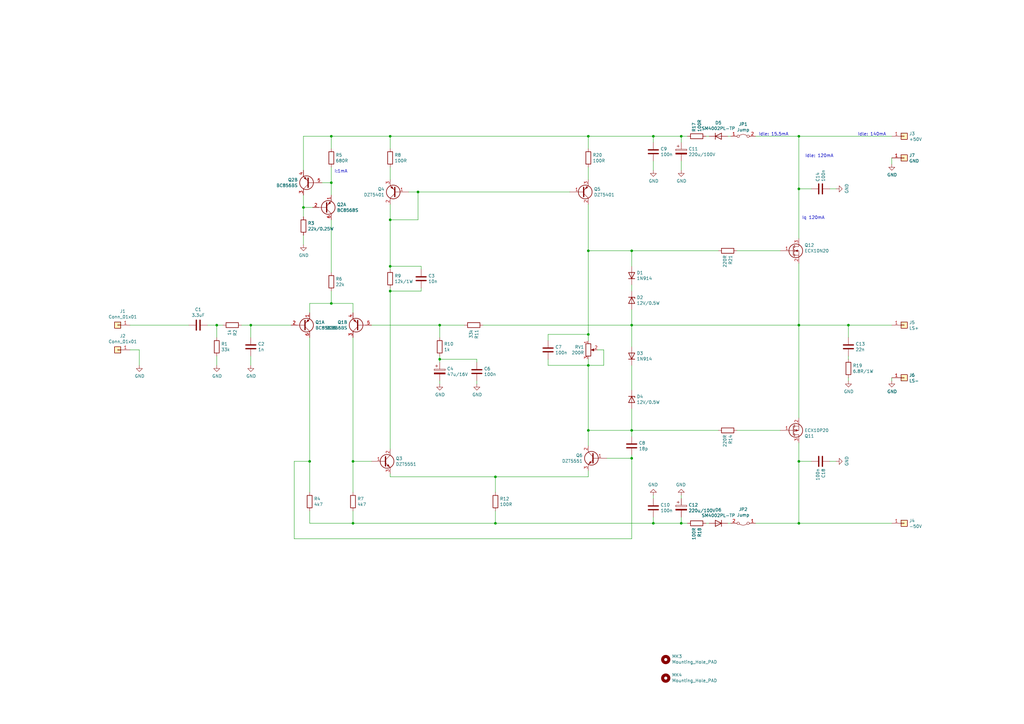
<source format=kicad_sch>
(kicad_sch (version 20211123) (generator eeschema)
  (paper "A3")
  (title_block (title "Lateral MOS FET 80W") (date "2022-03-27") (rev "V2c"))
  (lib_symbols
    (symbol "Connector_Generic:Conn_01x01" (pin_names (offset 1.016) hide)
      (property "Reference" "J" (at 0 2.54 0))
      (property "Value" "Conn_01x01" (at 0 -2.54 0))
      (symbol "Conn_01x01_1_1"
        (rectangle (start -1.27 0.127) (end 0 -0.127) (stroke (width 0.1524)))
        (rectangle (start -1.27 1.27) (end 1.27 -1.27) (stroke (width 0.254)) (fill (type background)))
        (pin passive line (at -5.08 0 0) (length 3.81) (name "Pin_1") (number "1"))
      )
    )
    (symbol "Device:C" (pin_numbers hide) (pin_names (offset 0.254))
      (property "Reference" "C" (at 0.635 2.54 0))
      (property "Value" "C" (at 0.635 -2.54 0))
      (symbol "C_0_1"
        (polyline (pts (xy -2.032 -0.762) (xy 2.032 -0.762)) (stroke (width 0.508)))
        (polyline (pts (xy -2.032 0.762) (xy 2.032 0.762)) (stroke (width 0.508)))
      )
      (symbol "C_1_1"
        (pin passive line (at 0 3.81 270) (length 2.794) (name "~") (number "1"))
        (pin passive line (at 0 -3.81 90) (length 2.794) (name "~") (number "2"))
      )
    )
    (symbol "Device:CP" (pin_numbers hide) (pin_names (offset 0.254))
      (property "Reference" "C" (at 0.635 2.54 0))
      (property "Value" "Device_CP" (at 0.635 -2.54 0))
      (symbol "CP_0_1"
        (rectangle (start -2.286 0.508) (end 2.286 1.016))
        (polyline (pts (xy -1.778 2.286) (xy -0.762 2.286)))
        (polyline (pts (xy -1.27 2.794) (xy -1.27 1.778)))
        (rectangle (start 2.286 -0.508) (end -2.286 -1.016) (fill (type outline)))
      )
      (symbol "CP_1_1"
        (pin passive line (at 0 3.81 270) (length 2.794) (name "~") (number "1"))
        (pin passive line (at 0 -3.81 90) (length 2.794) (name "~") (number "2"))
      )
    )
    (symbol "Device:R" (pin_numbers hide) (pin_names (offset 0))
      (property "Reference" "R" (at 2.032 0 90))
      (property "Value" "R" (at 0 0 90))
      (symbol "R_0_1"
        (rectangle (start -1.016 -2.54) (end 1.016 2.54) (stroke (width 0.254)))
      )
      (symbol "R_1_1"
        (pin passive line (at 0 3.81 270) (length 1.27) (name "~") (number "1"))
        (pin passive line (at 0 -3.81 90) (length 1.27) (name "~") (number "2"))
      )
    )
    (symbol "Device:R_POT" (pin_names (offset 1.016) hide)
      (property "Reference" "RV" (at -4.445 0 90))
      (property "Value" "Device_R_POT" (at -2.54 0 90))
      (symbol "R_POT_0_1"
        (polyline (pts (xy 2.54 0) (xy 1.524 0)))
        (polyline (pts (xy 1.143 0) (xy 2.286 0.508) (xy 2.286 -0.508) (xy 1.143 0)) (fill (type outline)))
        (rectangle (start 1.016 2.54) (end -1.016 -2.54) (stroke (width 0.254)))
      )
      (symbol "R_POT_1_1"
        (pin passive line (at 0 3.81 270) (length 1.27) (name "1") (number "1"))
        (pin passive line (at 3.81 0 180) (length 1.27) (name "2") (number "2"))
        (pin passive line (at 0 -3.81 90) (length 1.27) (name "3") (number "3"))
      )
    )
    (symbol "Diode:1N4002" (pin_numbers hide) (pin_names (offset 1.016) hide)
      (property "Reference" "D" (at 0 2.54 0))
      (property "Value" "1N4002" (at 0 -2.54 0))
      (symbol "1N4002_0_1"
        (polyline (pts (xy -1.27 1.27) (xy -1.27 -1.27)) (stroke (width 0.254)))
        (polyline (pts (xy 1.27 0) (xy -1.27 0)))
        (polyline (pts (xy 1.27 1.27) (xy 1.27 -1.27) (xy -1.27 0) (xy 1.27 1.27)) (stroke (width 0.254)))
      )
      (symbol "1N4002_1_1"
        (pin passive line (at -3.81 0 0) (length 2.54) (name "K") (number "1"))
        (pin passive line (at 3.81 0 180) (length 2.54) (name "A") (number "2"))
      )
    )
    (symbol "Diode:1N4148" (pin_numbers hide) (pin_names (offset 1.016) hide)
      (property "Reference" "D" (at 0 2.54 0))
      (property "Value" "1N4148" (at 0 -2.54 0))
      (symbol "1N4148_0_1"
        (polyline (pts (xy -1.27 1.27) (xy -1.27 -1.27)) (stroke (width 0.254)))
        (polyline (pts (xy 1.27 0) (xy -1.27 0)))
        (polyline (pts (xy 1.27 1.27) (xy 1.27 -1.27) (xy -1.27 0) (xy 1.27 1.27)) (stroke (width 0.254)))
      )
      (symbol "1N4148_1_1"
        (pin passive line (at -3.81 0 0) (length 2.54) (name "K") (number "1"))
        (pin passive line (at 3.81 0 180) (length 2.54) (name "A") (number "2"))
      )
    )
    (symbol "Diode:ZPDxx" (pin_numbers hide) (pin_names (offset 1.016) hide)
      (property "Reference" "D" (at 0 2.54 0))
      (property "Value" "ZPDxx" (at 0 -2.54 0))
      (symbol "ZPDxx_0_1"
        (polyline (pts (xy 1.27 0) (xy -1.27 0)))
        (polyline (pts (xy -1.27 -1.27) (xy -1.27 1.27) (xy -0.762 1.27)) (stroke (width 0.254)))
        (polyline (pts (xy 1.27 -1.27) (xy 1.27 1.27) (xy -1.27 0) (xy 1.27 -1.27)) (stroke (width 0.254)))
      )
      (symbol "ZPDxx_1_1"
        (pin passive line (at -3.81 0 0) (length 2.54) (name "K") (number "1"))
        (pin passive line (at 3.81 0 180) (length 2.54) (name "A") (number "2"))
      )
    )
    (symbol "Jumper:Jumper_2_Bridged" (pin_names (offset 0) hide)
      (property "Reference" "JP" (at 0 1.905 0))
      (property "Value" "Jumper_2_Bridged" (at 0 -2.54 0))
      (symbol "Jumper_2_Bridged_0_0"
        (circle (center -2.032 0) (radius 0.508))
        (circle (center 2.032 0) (radius 0.508))
      )
      (symbol "Jumper_2_Bridged_0_1"
        (arc (start 1.524 0.254) (mid 0 0.762) (end -1.524 0.254))
      )
      (symbol "Jumper_2_Bridged_1_1"
        (pin passive line (at -5.08 0 0) (length 2.54) (name "A") (number "1"))
        (pin passive line (at 5.08 0 180) (length 2.54) (name "B") (number "2"))
      )
    )
    (symbol "Mechanical:MountingHole" (pin_names (offset 1.016))
      (property "Reference" "H" (at 0 5.08 0))
      (property "Value" "MountingHole" (at 0 3.175 0))
      (symbol "MountingHole_0_1"
        (circle (center 0 0) (radius 1.27) (stroke (width 1.27)))
      )
    )
    (symbol "Transistor_BJT:BC856BS" (pin_names (offset 0) hide)
      (property "Reference" "Q" (at 5.08 1.27 0))
      (property "Value" "BC856BS" (at 5.08 -1.27 0))
      (symbol "BC856BS_0_1"
        (polyline (pts (xy 0.635 0) (xy -2.54 0)))
        (polyline (pts (xy 0.635 0.635) (xy 2.54 2.54)))
        (polyline (pts (xy 0.635 -0.635) (xy 2.54 -2.54) (xy 2.54 -2.54)))
        (polyline (pts (xy 0.635 1.905) (xy 0.635 -1.905) (xy 0.635 -1.905)) (stroke (width 0.508)))
        (polyline (pts (xy 2.286 -1.778) (xy 1.778 -2.286) (xy 1.27 -1.27) (xy 2.286 -1.778) (xy 2.286 -1.778)) (fill (type outline)))
        (circle (center 1.27 0) (radius 2.8194) (stroke (width 0.254)))
      )
      (symbol "BC856BS_1_1"
        (pin passive line (at 2.54 -5.08 90) (length 2.54) (name "E1") (number "1"))
        (pin input line (at -5.08 0 0) (length 2.54) (name "B1") (number "2"))
        (pin passive line (at 2.54 5.08 270) (length 2.54) (name "C1") (number "6"))
      )
      (symbol "BC856BS_2_1"
        (pin passive line (at 2.54 5.08 270) (length 2.54) (name "C2") (number "3"))
        (pin passive line (at 2.54 -5.08 90) (length 2.54) (name "E2") (number "4"))
        (pin input line (at -5.08 0 0) (length 2.54) (name "B2") (number "5"))
      )
    )
    (symbol "kicad-snk:DZT5401" (pin_names (offset 0) hide)
      (property "Reference" "Q" (at 5.08 1.905 0))
      (property "Value" "kicad-snk_DZT5401" (at 5.08 0 0))
      (symbol "DZT5401_0_1"
        (polyline (pts (xy 0.635 0.635) (xy 2.54 2.54)))
        (polyline (pts (xy 0.635 -0.635) (xy 2.54 -2.54) (xy 2.54 -2.54)))
        (polyline (pts (xy 0.635 1.905) (xy 0.635 -1.905) (xy 0.635 -1.905)) (stroke (width 0.508)))
        (polyline (pts (xy 2.286 -1.778) (xy 1.778 -2.286) (xy 1.27 -1.27) (xy 2.286 -1.778) (xy 2.286 -1.778)) (fill (type outline)))
        (circle (center 1.27 0) (radius 2.8194) (stroke (width 0.254)))
      )
      (symbol "DZT5401_1_1"
        (pin input line (at -5.08 0 0) (length 5.715) (name "B") (number "1"))
        (pin passive line (at 2.54 5.08 270) (length 2.54) (name "C") (number "2"))
        (pin passive line (at 2.54 -5.08 90) (length 2.54) (name "E") (number "3"))
      )
    )
    (symbol "kicad-snk:DZT5551" (pin_names (offset 0) hide)
      (property "Reference" "Q" (at 5.08 1.905 0))
      (property "Value" "kicad-snk_DZT5551" (at 5.08 0 0))
      (symbol "DZT5551_0_1"
        (polyline (pts (xy 0.635 0.635) (xy 2.54 2.54)))
        (polyline (pts (xy 0.635 -0.635) (xy 2.54 -2.54) (xy 2.54 -2.54)))
        (polyline (pts (xy 0.635 1.905) (xy 0.635 -1.905) (xy 0.635 -1.905)) (stroke (width 0.508)))
        (polyline (pts (xy 1.27 -1.778) (xy 1.778 -1.27) (xy 2.286 -2.286) (xy 1.27 -1.778) (xy 1.27 -1.778)) (fill (type outline)))
        (circle (center 1.27 0) (radius 2.8194) (stroke (width 0.254)))
      )
      (symbol "DZT5551_1_1"
        (pin input line (at -5.08 0 0) (length 5.715) (name "B") (number "1"))
        (pin passive line (at 2.54 5.08 270) (length 2.54) (name "C") (number "2"))
        (pin passive line (at 2.54 -5.08 90) (length 2.54) (name "E") (number "3"))
      )
    )
    (symbol "kicad-snk:Q_NMOS_GSD" (pin_names (offset 0) hide)
      (property "Reference" "Q" (at 7.62 1.27 0))
      (property "Value" "kicad-snk_Q_NMOS_GSD" (at 16.51 -1.27 0))
      (symbol "Q_NMOS_GSD_0_1"
        (polyline (pts (xy 0.762 -1.778) (xy 2.54 -1.778)))
        (polyline (pts (xy 0.762 -1.27) (xy 0.762 -2.286)) (stroke (width 0.254)))
        (polyline (pts (xy 0.762 0) (xy 2.54 0)))
        (polyline (pts (xy 0.762 0.508) (xy 0.762 -0.508)) (stroke (width 0.254)))
        (polyline (pts (xy 0.762 1.778) (xy 2.54 1.778)))
        (polyline (pts (xy 0.762 2.286) (xy 0.762 1.27)) (stroke (width 0.254)))
        (polyline (pts (xy 2.54 -1.778) (xy 2.54 -2.54)))
        (polyline (pts (xy 2.54 -1.778) (xy 2.54 0)))
        (polyline (pts (xy 2.54 2.54) (xy 2.54 1.778)))
        (polyline (pts (xy 0.254 1.905) (xy 0.254 -1.905) (xy 0.254 -1.905)) (stroke (width 0.254)))
        (polyline (pts (xy 1.016 0) (xy 2.032 0.381) (xy 2.032 -0.381) (xy 1.016 0)) (fill (type outline)))
        (circle (center 1.27 0) (radius 2.8194) (stroke (width 0.254)))
      )
      (symbol "Q_NMOS_GSD_1_1"
        (pin input line (at -5.08 0 0) (length 5.334) (name "G") (number "1"))
        (pin passive line (at 2.54 -5.08 90) (length 2.54) (name "S") (number "2"))
        (pin passive line (at 2.54 5.08 270) (length 2.54) (name "D") (number "3"))
      )
    )
    (symbol "kicad-snk:Q_PMOS_GSD" (pin_names (offset 0) hide)
      (property "Reference" "Q" (at 7.62 1.27 0))
      (property "Value" "kicad-snk_Q_PMOS_GSD" (at 16.51 -1.27 0))
      (symbol "Q_PMOS_GSD_0_1"
        (polyline (pts (xy 0.762 -1.778) (xy 2.54 -1.778)))
        (polyline (pts (xy 0.762 -1.27) (xy 0.762 -2.286)) (stroke (width 0.254)))
        (polyline (pts (xy 0.762 0) (xy 2.54 0)))
        (polyline (pts (xy 0.762 0.508) (xy 0.762 -0.508)) (stroke (width 0.254)))
        (polyline (pts (xy 0.762 1.778) (xy 2.54 1.778)))
        (polyline (pts (xy 0.762 2.286) (xy 0.762 1.27)) (stroke (width 0.254)))
        (polyline (pts (xy 2.54 -1.778) (xy 2.54 -2.54)))
        (polyline (pts (xy 2.54 -1.778) (xy 2.54 0)))
        (polyline (pts (xy 2.54 2.54) (xy 2.54 1.778)))
        (polyline (pts (xy 0.254 1.905) (xy 0.254 -1.905) (xy 0.254 -1.905)) (stroke (width 0.254)))
        (polyline (pts (xy 2.286 0) (xy 1.27 -0.381) (xy 1.27 0.381) (xy 2.286 0)) (fill (type outline)))
        (circle (center 1.27 0) (radius 2.8194) (stroke (width 0.254)))
      )
      (symbol "Q_PMOS_GSD_1_1"
        (pin input line (at -5.08 0 0) (length 5.334) (name "G") (number "1"))
        (pin passive line (at 2.54 -5.08 90) (length 2.54) (name "D") (number "2"))
        (pin passive line (at 2.54 5.08 270) (length 2.54) (name "S") (number "3"))
      )
    )
    (symbol "power:GND" (power) (pin_names (offset 0))
      (property "Value" "GND" (at 0 -3.81 0))
      (symbol "GND_0_1"
        (polyline (pts (xy 0 0) (xy 0 -1.27) (xy 1.27 -1.27) (xy 0 -2.54) (xy -1.27 -1.27) (xy 0 -1.27)))
      )
      (symbol "GND_1_1"
        (pin power_in line (at 0 0 270) (length 0) hide (name "GND") (number "1"))
      )
    )
  )
  (junction (at 241.3 55.88))
  (junction (at 135.89 74.93))
  (junction (at 259.08 102.87))
  (junction (at 180.34 133.35))
  (junction (at 347.98 133.35))
  (junction (at 241.3 137.16))
  (junction (at 241.3 102.87))
  (junction (at 160.02 90.17))
  (junction (at 135.89 124.46))
  (junction (at 267.97 214.63))
  (junction (at 88.9 133.35))
  (junction (at 259.08 133.35))
  (junction (at 160.02 109.22))
  (junction (at 241.3 149.86))
  (junction (at 267.97 55.88))
  (junction (at 327.66 189.23))
  (junction (at 279.4 55.88))
  (junction (at 171.45 78.74))
  (junction (at 327.66 55.88))
  (junction (at 203.2 214.63))
  (junction (at 135.89 55.88))
  (junction (at 144.78 189.23))
  (junction (at 203.2 195.58))
  (junction (at 327.66 133.35))
  (junction (at 327.66 214.63))
  (junction (at 127 189.23))
  (junction (at 241.3 176.53))
  (junction (at 259.08 187.96))
  (junction (at 124.46 85.09))
  (junction (at 160.02 55.88))
  (junction (at 160.02 119.38))
  (junction (at 259.08 176.53))
  (junction (at 102.87 133.35))
  (junction (at 180.34 147.32))
  (junction (at 144.78 214.63))
  (junction (at 279.4 214.63))
  (junction (at 327.66 77.47))
  (wire (pts (xy 57.15 143.51) (xy 53.34 143.51)))
  (wire (pts (xy 247.65 149.86) (xy 247.65 143.51)))
  (wire (pts (xy 309.88 214.63) (xy 327.66 214.63)))
  (wire (pts (xy 195.58 147.32) (xy 180.34 147.32)))
  (wire (pts (xy 160.02 194.31) (xy 160.02 195.58)))
  (wire (pts (xy 327.66 214.63) (xy 327.66 189.23)))
  (wire (pts (xy 259.08 176.53) (xy 241.3 176.53)))
  (wire (pts (xy 195.58 148.59) (xy 195.58 147.32)))
  (wire (pts (xy 259.08 109.22) (xy 259.08 102.87)))
  (wire (pts (xy 144.78 138.43) (xy 144.78 189.23)))
  (wire (pts (xy 135.89 119.38) (xy 135.89 124.46)))
  (wire (pts (xy 267.97 55.88) (xy 267.97 58.42)))
  (wire (pts (xy 53.34 133.35) (xy 77.47 133.35)))
  (wire (pts (xy 259.08 133.35) (xy 259.08 127)))
  (wire (pts (xy 267.97 66.04) (xy 267.97 69.85)))
  (wire (pts (xy 332.74 77.47) (xy 327.66 77.47)))
  (wire (pts (xy 172.72 110.49) (xy 172.72 109.22)))
  (wire (pts (xy 332.74 189.23) (xy 327.66 189.23)))
  (wire (pts (xy 135.89 74.93) (xy 135.89 68.58)))
  (wire (pts (xy 279.4 55.88) (xy 279.4 58.42)))
  (wire (pts (xy 327.66 97.79) (xy 327.66 77.47)))
  (wire (pts (xy 120.65 220.98) (xy 259.08 220.98)))
  (wire (pts (xy 180.34 147.32) (xy 180.34 146.05)))
  (wire (pts (xy 241.3 149.86) (xy 247.65 149.86)))
  (wire (pts (xy 241.3 55.88) (xy 160.02 55.88)))
  (wire (pts (xy 120.65 189.23) (xy 120.65 220.98)))
  (wire (pts (xy 144.78 214.63) (xy 203.2 214.63)))
  (wire (pts (xy 290.83 55.88) (xy 289.56 55.88)))
  (wire (pts (xy 102.87 138.43) (xy 102.87 133.35)))
  (wire (pts (xy 302.26 176.53) (xy 320.04 176.53)))
  (wire (pts (xy 241.3 149.86) (xy 241.3 176.53)))
  (wire (pts (xy 160.02 90.17) (xy 160.02 83.82)))
  (wire (pts (xy 203.2 195.58) (xy 241.3 195.58)))
  (wire (pts (xy 132.08 74.93) (xy 135.89 74.93)))
  (wire (pts (xy 171.45 90.17) (xy 171.45 78.74)))
  (wire (pts (xy 160.02 60.96) (xy 160.02 55.88)))
  (wire (pts (xy 298.45 55.88) (xy 299.72 55.88)))
  (wire (pts (xy 127 128.27) (xy 127 124.46)))
  (wire (pts (xy 365.76 64.77) (xy 365.76 67.31)))
  (wire (pts (xy 241.3 139.7) (xy 241.3 137.16)))
  (wire (pts (xy 259.08 160.02) (xy 259.08 149.86)))
  (wire (pts (xy 127 124.46) (xy 135.89 124.46)))
  (wire (pts (xy 135.89 55.88) (xy 124.46 55.88)))
  (wire (pts (xy 327.66 77.47) (xy 327.66 55.88)))
  (wire (pts (xy 241.3 147.32) (xy 241.3 149.86)))
  (wire (pts (xy 241.3 73.66) (xy 241.3 68.58)))
  (wire (pts (xy 127 201.93) (xy 127 189.23)))
  (wire (pts (xy 160.02 119.38) (xy 160.02 118.11)))
  (wire (pts (xy 172.72 118.11) (xy 172.72 119.38)))
  (wire (pts (xy 267.97 214.63) (xy 203.2 214.63)))
  (wire (pts (xy 327.66 189.23) (xy 327.66 181.61)))
  (wire (pts (xy 259.08 102.87) (xy 294.64 102.87)))
  (wire (pts (xy 347.98 138.43) (xy 347.98 133.35)))
  (wire (pts (xy 102.87 149.86) (xy 102.87 146.05)))
  (wire (pts (xy 88.9 149.86) (xy 88.9 146.05)))
  (wire (pts (xy 135.89 80.01) (xy 135.89 74.93)))
  (wire (pts (xy 347.98 156.21) (xy 347.98 154.94)))
  (wire (pts (xy 180.34 133.35) (xy 152.4 133.35)))
  (wire (pts (xy 241.3 176.53) (xy 241.3 182.88)))
  (wire (pts (xy 160.02 73.66) (xy 160.02 68.58)))
  (wire (pts (xy 224.79 139.7) (xy 224.79 137.16)))
  (wire (pts (xy 102.87 133.35) (xy 119.38 133.35)))
  (wire (pts (xy 302.26 102.87) (xy 320.04 102.87)))
  (wire (pts (xy 342.9 77.47) (xy 340.36 77.47)))
  (wire (pts (xy 279.4 214.63) (xy 267.97 214.63)))
  (wire (pts (xy 309.88 55.88) (xy 327.66 55.88)))
  (wire (pts (xy 279.4 212.09) (xy 279.4 214.63)))
  (wire (pts (xy 124.46 80.01) (xy 124.46 85.09)))
  (wire (pts (xy 347.98 147.32) (xy 347.98 146.05)))
  (wire (pts (xy 180.34 148.59) (xy 180.34 147.32)))
  (wire (pts (xy 195.58 157.48) (xy 195.58 156.21)))
  (wire (pts (xy 327.66 55.88) (xy 365.76 55.88)))
  (wire (pts (xy 88.9 138.43) (xy 88.9 133.35)))
  (wire (pts (xy 171.45 78.74) (xy 233.68 78.74)))
  (wire (pts (xy 203.2 214.63) (xy 203.2 209.55)))
  (wire (pts (xy 124.46 100.33) (xy 124.46 96.52)))
  (wire (pts (xy 299.72 214.63) (xy 298.45 214.63)))
  (wire (pts (xy 160.02 90.17) (xy 171.45 90.17)))
  (wire (pts (xy 135.89 60.96) (xy 135.89 55.88)))
  (wire (pts (xy 160.02 119.38) (xy 160.02 184.15)))
  (wire (pts (xy 365.76 133.35) (xy 347.98 133.35)))
  (wire (pts (xy 281.94 55.88) (xy 279.4 55.88)))
  (wire (pts (xy 248.92 187.96) (xy 259.08 187.96)))
  (wire (pts (xy 127 214.63) (xy 144.78 214.63)))
  (wire (pts (xy 160.02 195.58) (xy 203.2 195.58)))
  (wire (pts (xy 224.79 147.32) (xy 224.79 149.86)))
  (wire (pts (xy 160.02 55.88) (xy 135.89 55.88)))
  (wire (pts (xy 241.3 55.88) (xy 241.3 60.96)))
  (wire (pts (xy 327.66 107.95) (xy 327.66 133.35)))
  (wire (pts (xy 144.78 214.63) (xy 144.78 209.55)))
  (wire (pts (xy 135.89 124.46) (xy 144.78 124.46)))
  (wire (pts (xy 160.02 119.38) (xy 172.72 119.38)))
  (wire (pts (xy 279.4 66.04) (xy 279.4 69.85)))
  (wire (pts (xy 124.46 85.09) (xy 124.46 88.9)))
  (wire (pts (xy 347.98 133.35) (xy 327.66 133.35)))
  (wire (pts (xy 85.09 133.35) (xy 88.9 133.35)))
  (wire (pts (xy 241.3 195.58) (xy 241.3 193.04)))
  (wire (pts (xy 160.02 109.22) (xy 172.72 109.22)))
  (wire (pts (xy 160.02 110.49) (xy 160.02 109.22)))
  (wire (pts (xy 267.97 204.47) (xy 267.97 203.2)))
  (wire (pts (xy 180.34 157.48) (xy 180.34 156.21)))
  (wire (pts (xy 259.08 176.53) (xy 259.08 167.64)))
  (wire (pts (xy 102.87 133.35) (xy 99.06 133.35)))
  (wire (pts (xy 342.9 189.23) (xy 340.36 189.23)))
  (wire (pts (xy 241.3 102.87) (xy 241.3 83.82)))
  (wire (pts (xy 198.12 133.35) (xy 259.08 133.35)))
  (wire (pts (xy 224.79 149.86) (xy 241.3 149.86)))
  (wire (pts (xy 167.64 78.74) (xy 171.45 78.74)))
  (wire (pts (xy 127 209.55) (xy 127 214.63)))
  (wire (pts (xy 245.11 143.51) (xy 247.65 143.51)))
  (wire (pts (xy 241.3 137.16) (xy 241.3 102.87)))
  (wire (pts (xy 144.78 124.46) (xy 144.78 128.27)))
  (wire (pts (xy 144.78 201.93) (xy 144.78 189.23)))
  (wire (pts (xy 259.08 187.96) (xy 259.08 186.69)))
  (wire (pts (xy 290.83 214.63) (xy 289.56 214.63)))
  (wire (pts (xy 327.66 214.63) (xy 365.76 214.63)))
  (wire (pts (xy 279.4 203.2) (xy 279.4 204.47)))
  (wire (pts (xy 124.46 55.88) (xy 124.46 69.85)))
  (wire (pts (xy 241.3 102.87) (xy 259.08 102.87)))
  (wire (pts (xy 128.27 85.09) (xy 124.46 85.09)))
  (wire (pts (xy 91.44 133.35) (xy 88.9 133.35)))
  (wire (pts (xy 57.15 149.86) (xy 57.15 143.51)))
  (wire (pts (xy 160.02 109.22) (xy 160.02 90.17)))
  (wire (pts (xy 259.08 142.24) (xy 259.08 133.35)))
  (wire (pts (xy 180.34 133.35) (xy 190.5 133.35)))
  (wire (pts (xy 127 138.43) (xy 127 189.23)))
  (wire (pts (xy 127 189.23) (xy 120.65 189.23)))
  (wire (pts (xy 224.79 137.16) (xy 241.3 137.16)))
  (wire (pts (xy 267.97 212.09) (xy 267.97 214.63)))
  (wire (pts (xy 267.97 55.88) (xy 241.3 55.88)))
  (wire (pts (xy 259.08 133.35) (xy 327.66 133.35)))
  (wire (pts (xy 259.08 119.38) (xy 259.08 116.84)))
  (wire (pts (xy 259.08 176.53) (xy 294.64 176.53)))
  (wire (pts (xy 180.34 138.43) (xy 180.34 133.35)))
  (wire (pts (xy 279.4 55.88) (xy 267.97 55.88)))
  (wire (pts (xy 259.08 220.98) (xy 259.08 187.96)))
  (wire (pts (xy 203.2 201.93) (xy 203.2 195.58)))
  (wire (pts (xy 281.94 214.63) (xy 279.4 214.63)))
  (wire (pts (xy 259.08 179.07) (xy 259.08 176.53)))
  (wire (pts (xy 327.66 133.35) (xy 327.66 171.45)))
  (wire (pts (xy 135.89 111.76) (xy 135.89 90.17)))
  (wire (pts (xy 365.76 156.21) (xy 365.76 154.94)))
  (wire (pts (xy 152.4 189.23) (xy 144.78 189.23)))
  (text "Idle: 120mA" (at 330.2 64.77 0) (effects (font (size 1.27 1.27)) (justify left bottom)))
  (text "Iq 120mA" (at 328.93 90.17 0) (effects (font (size 1.27 1.27)) (justify left bottom)))
  (text "Idle: 15.5mA" (at 311.15 55.88 0) (effects (font (size 1.27 1.27)) (justify left bottom)))
  (text "Idle: 140mA" (at 351.79 55.88 0) (effects (font (size 1.27 1.27)) (justify left bottom)))
  (text "I:1mA" (at 137.16 71.12 0) (effects (font (size 1.27 1.27)) (justify left bottom)))
  (symbol (lib_id "Device:R") (at 95.25 133.35 270) (unit 1)
    (property "Reference" "R2" (at 96.4184 135.128 0) (effects (justify left)))
    (property "Value" "1k" (at 94.107 135.128 0) (effects (justify left)))
    (property "Footprint" "Resistor_SMD:R_0805_2012Metric_Pad1.20x1.40mm_HandSolder" (effects hide))
  )
  (symbol (lib_id "Device:C") (at 102.87 142.24 0) (unit 1)
    (property "Reference" "C2" (at 105.791 141.0716 0) (effects (justify left)))
    (property "Value" "1n" (at 105.791 143.383 0) (effects (justify left)))
    (property "Footprint" "Capacitor_THT:C_Rect_L7.2mm_W2.5mm_P5.00mm_FKS2_FKP2_MKS2_MKP2" (effects hide))
  )
  (symbol (lib_id "Device:C") (at 81.28 133.35 270) (unit 1)
    (property "Reference" "C1" (at 81.28 126.9492 90))
    (property "Value" "3.3uF" (at 81.28 129.2606 90))
    (property "Footprint" "Capacitor_THT:C_Rect_L7.2mm_W7.2mm_P5.00mm_FKS2_FKP2_MKS2_MKP2" (effects hide))
  )
  (symbol (lib_id "power:GND") (at 88.9 149.86 0) (unit 1)
    (property "Reference" "#PWR0101" (effects hide))
    (property "Value" "GND" (at 89.027 154.2542 0))
  )
  (symbol (lib_id "Device:R") (at 88.9 142.24 0) (unit 1)
    (property "Reference" "R1" (at 90.678 141.0716 0) (effects (justify left)))
    (property "Value" "33k" (at 90.678 143.383 0) (effects (justify left)))
    (property "Footprint" "Resistor_SMD:R_0805_2012Metric_Pad1.20x1.40mm_HandSolder" (effects hide))
  )
  (symbol (lib_id "power:GND") (at 57.15 149.86 0) (unit 1)
    (property "Reference" "#PWR0102" (effects hide))
    (property "Value" "GND" (at 57.277 154.2542 0))
  )
  (symbol (lib_id "Connector_Generic:Conn_01x01") (at 48.26 133.35 180) (unit 1)
    (property "Reference" "J1" (at 50.3428 127.635 0))
    (property "Value" "Conn_01x01" (at 50.3428 129.9464 0))
    (property "Footprint" "Connector_Pin:Pin_D1.0mm_L10.0mm" (effects hide))
  )
  (symbol (lib_id "Connector_Generic:Conn_01x01") (at 48.26 143.51 180) (unit 1)
    (property "Reference" "J2" (at 50.3428 137.795 0))
    (property "Value" "Conn_01x01" (at 50.3428 140.1064 0))
    (property "Footprint" "Connector_Pin:Pin_D1.0mm_L10.0mm" (effects hide))
  )
  (symbol (lib_id "Device:R") (at 135.89 115.57 0) (unit 1)
    (property "Reference" "R6" (at 137.668 114.4016 0) (effects (justify left)))
    (property "Value" "22k" (at 137.668 116.713 0) (effects (justify left)))
    (property "Footprint" "Resistor_SMD:R_0805_2012Metric_Pad1.20x1.40mm_HandSolder" (effects hide))
  )
  (symbol (lib_id "Device:R") (at 124.46 92.71 0) (unit 1)
    (property "Reference" "R3" (at 126.238 91.5416 0) (effects (justify left)))
    (property "Value" "22k/0.25W" (at 126.238 93.853 0) (effects (justify left)))
    (property "Footprint" "Resistor_SMD:R_0805_2012Metric_Pad1.20x1.40mm_HandSolder" (effects hide))
  )
  (symbol (lib_id "power:GND") (at 124.46 100.33 0) (unit 1)
    (property "Reference" "#PWR0103" (effects hide))
    (property "Value" "GND" (at 124.587 104.7242 0))
  )
  (symbol (lib_id "Jumper:Jumper_2_Bridged") (at 304.8 55.88 0) (unit 1)
    (property "Reference" "JP1" (at 304.8 50.927 0))
    (property "Value" "Jump" (at 304.8 53.2384 0))
    (property "Footprint" "Connector_PinHeader_2.54mm:PinHeader_1x02_P2.54mm_Vertical" (effects hide))
  )
  (symbol (lib_id "Device:R") (at 135.89 64.77 0) (unit 1)
    (property "Reference" "R5" (at 137.668 63.6016 0) (effects (justify left)))
    (property "Value" "680R" (at 137.668 65.913 0) (effects (justify left)))
    (property "Footprint" "Resistor_SMD:R_0805_2012Metric_Pad1.20x1.40mm_HandSolder" (effects hide))
  )
  (symbol (lib_id "Jumper:Jumper_2_Bridged") (at 304.8 214.63 180) (unit 1)
    (property "Reference" "JP2" (at 304.8 208.915 0))
    (property "Value" "Jump" (at 304.8 211.2264 0))
    (property "Footprint" "Connector_PinHeader_2.54mm:PinHeader_1x02_P2.54mm_Vertical" (effects hide))
  )
  (symbol (lib_id "Device:R") (at 160.02 64.77 0) (unit 1)
    (property "Reference" "R8" (at 161.798 63.6016 0) (effects (justify left)))
    (property "Value" "100R" (at 161.798 65.913 0) (effects (justify left)))
    (property "Footprint" "Resistor_SMD:R_0805_2012Metric_Pad1.20x1.40mm_HandSolder" (effects hide))
  )
  (symbol (lib_id "Device:CP") (at 180.34 152.4 0) (unit 1)
    (property "Reference" "C4" (at 183.3372 151.2316 0) (effects (justify left)))
    (property "Value" "47u/16V" (at 183.3372 153.543 0) (effects (justify left)))
    (property "Footprint" "Capacitor_THT:CP_Radial_D5.0mm_P2.00mm" (effects hide))
  )
  (symbol (lib_id "Device:C") (at 195.58 152.4 0) (unit 1)
    (property "Reference" "C6" (at 198.501 151.2316 0) (effects (justify left)))
    (property "Value" "100n" (at 198.501 153.543 0) (effects (justify left)))
    (property "Footprint" "Capacitor_THT:C_Rect_L7.2mm_W2.5mm_P5.00mm_FKS2_FKP2_MKS2_MKP2" (effects hide))
  )
  (symbol (lib_id "Device:R") (at 180.34 142.24 0) (unit 1)
    (property "Reference" "R10" (at 182.118 141.0716 0) (effects (justify left)))
    (property "Value" "1k" (at 182.118 143.383 0) (effects (justify left)))
    (property "Footprint" "Resistor_SMD:R_0805_2012Metric_Pad1.20x1.40mm_HandSolder" (effects hide))
  )
  (symbol (lib_id "Device:R") (at 144.78 205.74 0) (unit 1)
    (property "Reference" "R7" (at 146.558 204.5716 0) (effects (justify left)))
    (property "Value" "4k7" (at 146.558 206.883 0) (effects (justify left)))
    (property "Footprint" "Resistor_SMD:R_0805_2012Metric_Pad1.20x1.40mm_HandSolder" (effects hide))
  )
  (symbol (lib_id "Device:R") (at 127 205.74 0) (unit 1)
    (property "Reference" "R4" (at 128.778 204.5716 0) (effects (justify left)))
    (property "Value" "4k7" (at 128.778 206.883 0) (effects (justify left)))
    (property "Footprint" "Resistor_SMD:R_0805_2012Metric_Pad1.20x1.40mm_HandSolder" (effects hide))
  )
  (symbol (lib_id "power:GND") (at 102.87 149.86 0) (unit 1)
    (property "Reference" "#PWR0104" (effects hide))
    (property "Value" "GND" (at 102.997 154.2542 0))
  )
  (symbol (lib_id "Device:R") (at 160.02 114.3 0) (unit 1)
    (property "Reference" "R9" (at 161.798 113.1316 0) (effects (justify left)))
    (property "Value" "12k/1W" (at 161.798 115.443 0) (effects (justify left)))
    (property "Footprint" "Resistor_SMD:R_1206_3216Metric_Pad1.30x1.75mm_HandSolder" (effects hide))
  )
  (symbol (lib_id "Device:R") (at 194.31 133.35 270) (unit 1)
    (property "Reference" "R11" (at 195.4784 135.128 0) (effects (justify left)))
    (property "Value" "33k" (at 193.167 135.128 0) (effects (justify left)))
    (property "Footprint" "Resistor_SMD:R_0805_2012Metric_Pad1.20x1.40mm_HandSolder" (effects hide))
  )
  (symbol (lib_id "Device:C") (at 172.72 114.3 0) (unit 1)
    (property "Reference" "C3" (at 175.641 113.1316 0) (effects (justify left)))
    (property "Value" "10n" (at 175.641 115.443 0) (effects (justify left)))
    (property "Footprint" "Capacitor_THT:C_Rect_L7.2mm_W2.5mm_P5.00mm_FKS2_FKP2_MKS2_MKP2" (effects hide))
  )
  (symbol (lib_id "Connector_Generic:Conn_01x01") (at 370.84 55.88 0) (unit 1)
    (property "Reference" "J3" (at 372.872 54.8132 0) (effects (justify left)))
    (property "Value" "+50V" (at 372.872 57.1246 0) (effects (justify left)))
    (property "Footprint" "TestPoint:TestPoint_Bridge_Pitch5.08mm_Drill1.3mm" (effects hide))
  )
  (symbol (lib_id "Connector_Generic:Conn_01x01") (at 370.84 214.63 0) (unit 1)
    (property "Reference" "J4" (at 372.872 213.5632 0) (effects (justify left)))
    (property "Value" "-50V" (at 372.872 215.8746 0) (effects (justify left)))
    (property "Footprint" "TestPoint:TestPoint_Bridge_Pitch5.08mm_Drill1.3mm" (effects hide))
  )
  (symbol (lib_id "power:GND") (at 347.98 156.21 0) (unit 1)
    (property "Reference" "#PWR0109" (effects hide))
    (property "Value" "GND" (at 348.107 160.6042 0))
  )
  (symbol (lib_id "Connector_Generic:Conn_01x01") (at 370.84 154.94 0) (unit 1)
    (property "Reference" "J6" (at 372.872 153.8732 0) (effects (justify left)))
    (property "Value" "LS-" (at 372.872 156.1846 0) (effects (justify left)))
    (property "Footprint" "TestPoint:TestPoint_Bridge_Pitch5.08mm_Drill1.3mm" (effects hide))
  )
  (symbol (lib_id "Connector_Generic:Conn_01x01") (at 370.84 133.35 0) (unit 1)
    (property "Reference" "J5" (at 372.872 132.2832 0) (effects (justify left)))
    (property "Value" "LS+" (at 372.872 134.5946 0) (effects (justify left)))
    (property "Footprint" "TestPoint:TestPoint_Bridge_Pitch5.08mm_Drill1.3mm" (effects hide))
  )
  (symbol (lib_id "power:GND") (at 365.76 156.21 0) (unit 1)
    (property "Reference" "#PWR0110" (effects hide))
    (property "Value" "GND" (at 365.887 160.6042 0))
  )
  (symbol (lib_id "Device:R_POT") (at 241.3 143.51 0) (unit 1)
    (property "Reference" "RV1" (at 239.5474 142.3416 0) (effects (justify right)))
    (property "Value" "200R" (at 239.5474 144.653 0) (effects (justify right)))
    (property "Footprint" "Potentiometer_THT:Potentiometer_Bourns_3296W_Vertical" (effects hide))
  )
  (symbol (lib_id "Device:C") (at 224.79 143.51 180) (unit 1)
    (property "Reference" "C7" (at 227.711 142.3416 0) (effects (justify right)))
    (property "Value" "100n" (at 227.711 144.653 0) (effects (justify right)))
    (property "Footprint" "Capacitor_THT:C_Rect_L7.2mm_W2.5mm_P5.00mm_FKS2_FKP2_MKS2_MKP2" (effects hide))
  )
  (symbol (lib_id "Device:R") (at 203.2 205.74 0) (unit 1)
    (property "Reference" "R12" (at 204.978 204.5716 0) (effects (justify left)))
    (property "Value" "100R" (at 204.978 206.883 0) (effects (justify left)))
    (property "Footprint" "Resistor_SMD:R_0805_2012Metric_Pad1.20x1.40mm_HandSolder" (effects hide))
  )
  (symbol (lib_id "Diode:1N4148") (at 259.08 113.03 90) (unit 1)
    (property "Reference" "D1" (at 261.112 111.8616 90) (effects (justify right)))
    (property "Value" "1N914" (at 261.112 114.173 90) (effects (justify right)))
    (property "Footprint" "Diode_SMD:D_SOD-123" (effects hide))
    (property "Datasheet" "https://assets.nexperia.com/documents/data-sheet/1N4148_1N4448.pdf" (effects hide))
  )
  (symbol (lib_id "Diode:ZPDxx") (at 259.08 123.19 270) (unit 1)
    (property "Reference" "D2" (at 261.112 122.0216 90) (effects (justify left)))
    (property "Value" "12V/0.5W" (at 261.112 124.333 90) (effects (justify left)))
    (property "Footprint" "Diode_SMD:D_SOD-123" (effects hide))
    (property "Datasheet" "http://diotec.com/tl_files/diotec/files/pdf/datasheets/zpd1" (effects hide))
  )
  (symbol (lib_id "Diode:1N4148") (at 259.08 146.05 90) (unit 1)
    (property "Reference" "D3" (at 261.112 144.8816 90) (effects (justify right)))
    (property "Value" "1N914" (at 261.112 147.193 90) (effects (justify right)))
    (property "Footprint" "Diode_SMD:D_SOD-123" (effects hide))
    (property "Datasheet" "https://assets.nexperia.com/documents/data-sheet/1N4148_1N4448.pdf" (effects hide))
  )
  (symbol (lib_id "Diode:ZPDxx") (at 259.08 163.83 270) (unit 1)
    (property "Reference" "D4" (at 261.112 162.6616 90) (effects (justify left)))
    (property "Value" "12V/0.5W" (at 261.112 164.973 90) (effects (justify left)))
    (property "Footprint" "Diode_SMD:D_SOD-123" (effects hide))
    (property "Datasheet" "http://diotec.com/tl_files/diotec/files/pdf/datasheets/zpd1" (effects hide))
  )
  (symbol (lib_id "Device:C") (at 259.08 182.88 180) (unit 1)
    (property "Reference" "C8" (at 262.001 181.7116 0) (effects (justify right)))
    (property "Value" "18p" (at 262.001 184.023 0) (effects (justify right)))
    (property "Footprint" "Capacitor_SMD:C_0805_2012Metric_Pad1.18x1.45mm_HandSolder" (effects hide))
  )
  (symbol (lib_id "Device:R") (at 298.45 176.53 270) (unit 1)
    (property "Reference" "R14" (at 299.6184 178.308 0) (effects (justify left)))
    (property "Value" "220R" (at 297.307 178.308 0) (effects (justify left)))
    (property "Footprint" "Resistor_SMD:R_0805_2012Metric_Pad1.20x1.40mm_HandSolder" (effects hide))
  )
  (symbol (lib_id "kicad-snk:Q_PMOS_GSD") (at 325.12 176.53 0) (mirror x) (unit 1)
    (property "Reference" "Q11" (at 329.9714 178.8414 0) (effects (justify left)))
    (property "Value" "ECX10P20" (at 329.9714 176.53 0) (effects (justify left)))
    (property "Footprint" "Package_TO_SOT_THT:TO-247-3_Horizontal_TabUp" (effects hide))
  )
  (symbol (lib_id "Connector_Generic:Conn_01x01") (at 370.84 64.77 0) (unit 1)
    (property "Reference" "J7" (at 372.872 63.7032 0) (effects (justify left)))
    (property "Value" "GND" (at 372.872 66.0146 0) (effects (justify left)))
    (property "Footprint" "TestPoint:TestPoint_Bridge_Pitch5.08mm_Drill1.3mm" (effects hide))
  )
  (symbol (lib_id "Device:R") (at 347.98 151.13 0) (unit 1)
    (property "Reference" "R19" (at 349.758 149.9616 0) (effects (justify left)))
    (property "Value" "6.8R/1W" (at 349.758 152.273 0) (effects (justify left)))
    (property "Footprint" "Resistor_SMD:R_MELF_MMB-0207" (effects hide))
  )
  (symbol (lib_id "power:GND") (at 365.76 67.31 0) (unit 1)
    (property "Reference" "#PWR0111" (effects hide))
    (property "Value" "GND" (at 365.887 71.7042 0))
  )
  (symbol (lib_id "Device:C") (at 347.98 142.24 0) (unit 1)
    (property "Reference" "C13" (at 350.901 141.0716 0) (effects (justify left)))
    (property "Value" "22n" (at 350.901 143.383 0) (effects (justify left)))
    (property "Footprint" "Capacitor_THT:C_Rect_L7.2mm_W2.5mm_P5.00mm_FKS2_FKP2_MKS2_MKP2" (effects hide))
  )
  (symbol (lib_id "Device:CP") (at 279.4 62.23 0) (unit 1)
    (property "Reference" "C11" (at 282.3972 61.0616 0) (effects (justify left)))
    (property "Value" "220u/100V" (at 282.3972 63.373 0) (effects (justify left)))
    (property "Footprint" "Capacitor_THT:CP_Radial_D12.5mm_P5.00mm" (effects hide))
  )
  (symbol (lib_id "Device:C") (at 267.97 62.23 0) (unit 1)
    (property "Reference" "C9" (at 270.891 61.0616 0) (effects (justify left)))
    (property "Value" "100n" (at 270.891 63.373 0) (effects (justify left)))
    (property "Footprint" "Capacitor_THT:C_Rect_L7.2mm_W2.5mm_P5.00mm_FKS2_FKP2_MKS2_MKP2" (effects hide))
  )
  (symbol (lib_id "Diode:1N4002") (at 294.64 55.88 0) (unit 1)
    (property "Reference" "D5" (at 294.64 50.3682 0))
    (property "Value" "SM4002PL-TP" (at 294.64 52.6796 0))
    (property "Footprint" "Diode_SMD:D_SOD-123F" (effects hide))
    (property "Datasheet" "http://www.vishay.com/docs/88503/1n4001.pdf" (effects hide))
  )
  (symbol (lib_id "Device:R") (at 285.75 55.88 90) (unit 1)
    (property "Reference" "R17" (at 284.5816 54.102 0) (effects (justify left)))
    (property "Value" "100R" (at 286.893 54.102 0) (effects (justify left)))
    (property "Footprint" "Resistor_SMD:R_0805_2012Metric_Pad1.20x1.40mm_HandSolder" (effects hide))
  )
  (symbol (lib_id "Device:CP") (at 279.4 208.28 0) (unit 1)
    (property "Reference" "C12" (at 282.3972 207.1116 0) (effects (justify left)))
    (property "Value" "220u/100V" (at 282.3972 209.423 0) (effects (justify left)))
    (property "Footprint" "Capacitor_THT:CP_Radial_D12.5mm_P5.00mm" (effects hide))
  )
  (symbol (lib_id "Device:C") (at 267.97 208.28 0) (unit 1)
    (property "Reference" "C10" (at 270.891 207.1116 0) (effects (justify left)))
    (property "Value" "100n" (at 270.891 209.423 0) (effects (justify left)))
    (property "Footprint" "Capacitor_THT:C_Rect_L7.2mm_W2.5mm_P5.00mm_FKS2_FKP2_MKS2_MKP2" (effects hide))
  )
  (symbol (lib_id "Mechanical:MountingHole") (at 273.05 270.51 0) (unit 1)
    (property "Reference" "MK3" (at 275.59 269.2146 0) (effects (justify left)))
    (property "Value" "Mounting_Hole_PAD" (at 275.59 271.526 0) (effects (justify left)))
    (property "Footprint" "MountingHole:MountingHole_3.2mm_M3_Pad_Via" (effects hide))
  )
  (symbol (lib_id "Mechanical:MountingHole") (at 273.05 278.13 0) (unit 1)
    (property "Reference" "MK4" (at 275.59 276.8346 0) (effects (justify left)))
    (property "Value" "Mounting_Hole_PAD" (at 275.59 279.146 0) (effects (justify left)))
    (property "Footprint" "MountingHole:MountingHole_3.2mm_M3_Pad_Via" (effects hide))
  )
  (symbol (lib_id "Device:R") (at 285.75 214.63 270) (unit 1)
    (property "Reference" "R18" (at 286.9184 216.408 0) (effects (justify left)))
    (property "Value" "100R" (at 284.607 216.408 0) (effects (justify left)))
    (property "Footprint" "Resistor_SMD:R_0805_2012Metric_Pad1.20x1.40mm_HandSolder" (effects hide))
  )
  (symbol (lib_id "Diode:1N4002") (at 294.64 214.63 180) (unit 1)
    (property "Reference" "D6" (at 294.64 209.1182 0))
    (property "Value" "SM4002PL-TP" (at 294.64 211.4296 0))
    (property "Footprint" "Diode_SMD:D_SOD-123F" (effects hide))
    (property "Datasheet" "http://www.vishay.com/docs/88503/1n4001.pdf" (effects hide))
  )
  (symbol (lib_id "power:GND") (at 267.97 69.85 0) (unit 1)
    (property "Reference" "#PWR0112" (effects hide))
    (property "Value" "GND" (at 268.097 74.2442 0))
  )
  (symbol (lib_id "power:GND") (at 279.4 69.85 0) (unit 1)
    (property "Reference" "#PWR0113" (effects hide))
    (property "Value" "GND" (at 279.527 74.2442 0))
  )
  (symbol (lib_id "Device:R") (at 298.45 102.87 270) (unit 1)
    (property "Reference" "R21" (at 299.6184 104.648 0) (effects (justify left)))
    (property "Value" "220R" (at 297.307 104.648 0) (effects (justify left)))
    (property "Footprint" "Resistor_SMD:R_0805_2012Metric_Pad1.20x1.40mm_HandSolder" (effects hide))
  )
  (symbol (lib_id "kicad-snk:Q_NMOS_GSD") (at 325.12 102.87 0) (unit 1)
    (property "Reference" "Q12" (at 329.9714 100.5586 0) (effects (justify left)))
    (property "Value" "ECX10N20" (at 329.9714 102.87 0) (effects (justify left)))
    (property "Footprint" "Package_TO_SOT_THT:TO-247-3_Horizontal_TabUp" (effects hide))
  )
  (symbol (lib_id "Device:R") (at 241.3 64.77 0) (unit 1)
    (property "Reference" "R20" (at 243.078 63.6016 0) (effects (justify left)))
    (property "Value" "100R" (at 243.078 65.913 0) (effects (justify left)))
    (property "Footprint" "Resistor_SMD:R_0805_2012Metric_Pad1.20x1.40mm_HandSolder" (effects hide))
  )
  (symbol (lib_id "power:GND") (at 180.34 157.48 0) (unit 1)
    (property "Reference" "#PWR0105" (effects hide))
    (property "Value" "GND" (at 180.467 161.8742 0))
  )
  (symbol (lib_id "power:GND") (at 195.58 157.48 0) (unit 1)
    (property "Reference" "#PWR0106" (effects hide))
    (property "Value" "GND" (at 195.707 161.8742 0))
  )
  (symbol (lib_id "Device:C") (at 336.55 189.23 270) (unit 1)
    (property "Reference" "C18" (at 337.7184 192.151 0) (effects (justify left)))
    (property "Value" "100n" (at 335.407 192.151 0) (effects (justify left)))
    (property "Footprint" "Capacitor_THT:C_Rect_L7.2mm_W2.5mm_P5.00mm_FKS2_FKP2_MKS2_MKP2" (effects hide))
  )
  (symbol (lib_id "Device:C") (at 336.55 77.47 90) (unit 1)
    (property "Reference" "C14" (at 335.3816 74.549 0) (effects (justify left)))
    (property "Value" "100n" (at 337.693 74.549 0) (effects (justify left)))
    (property "Footprint" "Capacitor_THT:C_Rect_L7.2mm_W2.5mm_P5.00mm_FKS2_FKP2_MKS2_MKP2" (effects hide))
  )
  (symbol (lib_id "power:GND") (at 342.9 189.23 90) (unit 1)
    (property "Reference" "#PWR0114" (effects hide))
    (property "Value" "GND" (at 347.2942 189.103 0))
  )
  (symbol (lib_id "power:GND") (at 342.9 77.47 90) (unit 1)
    (property "Reference" "#PWR0115" (effects hide))
    (property "Value" "GND" (at 347.2942 77.343 0))
  )
  (symbol (lib_id "power:GND") (at 267.97 203.2 180) (unit 1)
    (property "Reference" "#PWR0107" (effects hide))
    (property "Value" "GND" (at 267.843 198.8058 0))
  )
  (symbol (lib_id "power:GND") (at 279.4 203.2 180) (unit 1)
    (property "Reference" "#PWR0108" (effects hide))
    (property "Value" "GND" (at 279.273 198.8058 0))
  )
  (symbol (lib_id "Transistor_BJT:BC856BS") (at 124.46 133.35 0) (mirror x) (unit 1)
    (property "Reference" "Q1" (at 129.286 132.1816 0) (effects (justify left)))
    (property "Value" "BC856BS" (at 129.286 134.493 0) (effects (justify left)))
    (property "Footprint" "Package_TO_SOT_SMD:SOT-363_SC-70-6" (effects hide))
    (property "Datasheet" "https://assets.nexperia.com/documents/data-sheet/BC856BS.pdf" (effects hide))
  )
  (symbol (lib_id "Transistor_BJT:BC856BS") (at 147.32 133.35 180) (unit 2)
    (property "Reference" "Q1" (at 142.4686 132.1816 0) (effects (justify left)))
    (property "Value" "BC856BS" (at 142.4686 134.493 0) (effects (justify left)))
    (property "Footprint" "Package_TO_SOT_SMD:SOT-363_SC-70-6" (effects hide))
    (property "Datasheet" "https://assets.nexperia.com/documents/data-sheet/BC856BS.pdf" (effects hide))
  )
  (symbol (lib_id "Transistor_BJT:BC856BS") (at 133.35 85.09 0) (mirror x) (unit 1)
    (property "Reference" "Q2" (at 138.176 83.9216 0) (effects (justify left)))
    (property "Value" "BC856BS" (at 138.176 86.233 0) (effects (justify left)))
    (property "Footprint" "Package_TO_SOT_SMD:SOT-363_SC-70-6" (effects hide))
    (property "Datasheet" "https://assets.nexperia.com/documents/data-sheet/BC856BS.pdf" (effects hide))
  )
  (symbol (lib_id "Transistor_BJT:BC856BS") (at 127 74.93 180) (unit 2)
    (property "Reference" "Q2" (at 122.1486 73.7616 0) (effects (justify left)))
    (property "Value" "BC856BS" (at 122.1486 76.073 0) (effects (justify left)))
    (property "Footprint" "Package_TO_SOT_SMD:SOT-363_SC-70-6" (effects hide))
    (property "Datasheet" "https://assets.nexperia.com/documents/data-sheet/BC856BS.pdf" (effects hide))
  )
  (symbol (lib_id "kicad-snk:DZT5401") (at 162.56 78.74 180) (unit 1)
    (property "Reference" "Q4" (at 157.7086 77.5716 0) (effects (justify left)))
    (property "Value" "DZT5401" (at 157.7086 79.883 0) (effects (justify left)))
    (property "Footprint" "Package_TO_SOT_SMD:SOT-223-3_TabPin2" (effects hide))
    (property "Datasheet" "https://www.diodes.com/assets/Datasheets/DZT5401.pdf" (effects hide))
  )
  (symbol (lib_id "kicad-snk:DZT5401") (at 238.76 78.74 0) (mirror x) (unit 1)
    (property "Reference" "Q5" (at 243.586 77.5716 0) (effects (justify left)))
    (property "Value" "DZT5401" (at 243.586 79.883 0) (effects (justify left)))
    (property "Footprint" "Package_TO_SOT_SMD:SOT-223-3_TabPin2" (effects hide))
    (property "Datasheet" "https://www.diodes.com/assets/Datasheets/DZT5401.pdf" (effects hide))
  )
  (symbol (lib_id "kicad-snk:DZT5551") (at 157.48 189.23 0) (unit 1)
    (property "Reference" "Q3" (at 162.306 188.0616 0) (effects (justify left)))
    (property "Value" "DZT5551" (at 162.306 190.373 0) (effects (justify left)))
    (property "Footprint" "Package_TO_SOT_SMD:SOT-223-3_TabPin2" (effects hide))
    (property "Datasheet" "https://www.diodes.com/assets/Datasheets/ds31219.pdf" (effects hide))
  )
  (symbol (lib_id "kicad-snk:DZT5551") (at 243.84 187.96 0) (mirror y) (unit 1)
    (property "Reference" "Q6" (at 238.9886 186.7916 0) (effects (justify left)))
    (property "Value" "DZT5551" (at 238.9886 189.103 0) (effects (justify left)))
    (property "Footprint" "Package_TO_SOT_SMD:SOT-223-3_TabPin2" (effects hide))
    (property "Datasheet" "https://www.diodes.com/assets/Datasheets/ds31219.pdf" (effects hide))
  )
)
</source>
